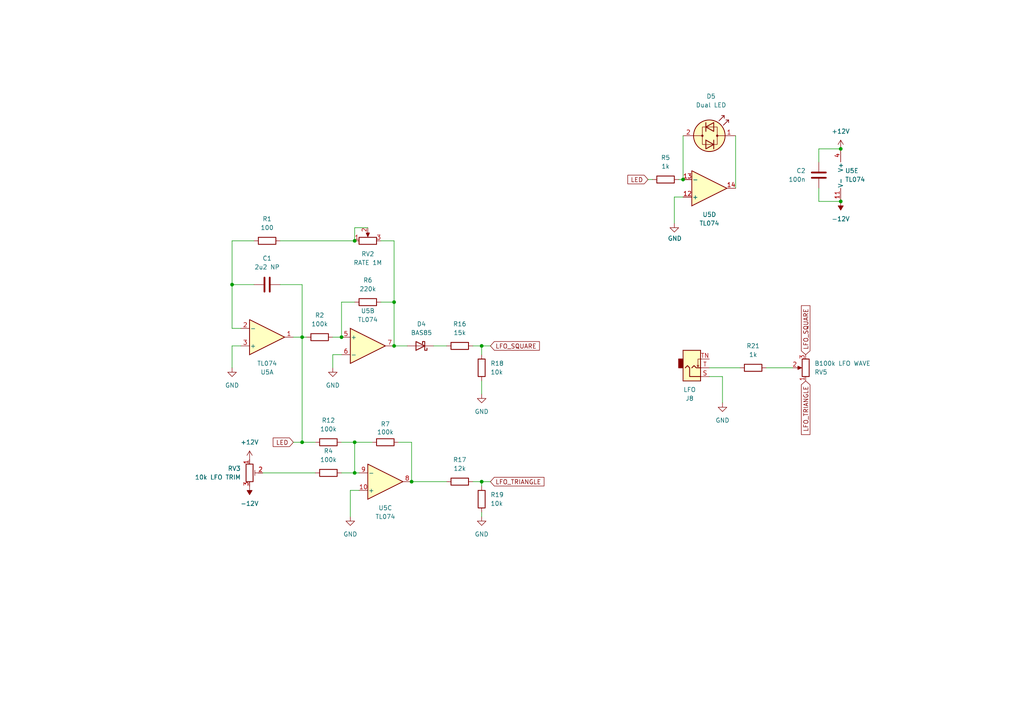
<source format=kicad_sch>
(kicad_sch (version 20211123) (generator eeschema)
  (paper "A4")
  (title_block (title "Polykit X1 Monosynth") (date "2022-09-05") (rev "v0.0.2") (company "Jan Knipper") (comment 1 "github.com/polykit"))
  (lib_symbols
    (symbol "Amplifier_Operational:TL074" (pin_names (offset 0.127))
      (property "Reference" "U" (at 0 5.08 0))
      (property "Value" "TL074" (at 0 -5.08 0))
      (symbol "TL074_1_1"
        (polyline (pts (xy -5.08 5.08) (xy 5.08 0) (xy -5.08 -5.08) (xy -5.08 5.08)) (stroke (width 0.254)) (fill (type background)))
        (pin output line (at 7.62 0 180) (length 2.54) (name "~") (number "1"))
        (pin input line (at -7.62 -2.54 0) (length 2.54) (name "-") (number "2"))
        (pin input line (at -7.62 2.54 0) (length 2.54) (name "+") (number "3"))
      )
      (symbol "TL074_2_1"
        (polyline (pts (xy -5.08 5.08) (xy 5.08 0) (xy -5.08 -5.08) (xy -5.08 5.08)) (stroke (width 0.254)) (fill (type background)))
        (pin input line (at -7.62 2.54 0) (length 2.54) (name "+") (number "5"))
        (pin input line (at -7.62 -2.54 0) (length 2.54) (name "-") (number "6"))
        (pin output line (at 7.62 0 180) (length 2.54) (name "~") (number "7"))
      )
      (symbol "TL074_3_1"
        (polyline (pts (xy -5.08 5.08) (xy 5.08 0) (xy -5.08 -5.08) (xy -5.08 5.08)) (stroke (width 0.254)) (fill (type background)))
        (pin input line (at -7.62 2.54 0) (length 2.54) (name "+") (number "10"))
        (pin output line (at 7.62 0 180) (length 2.54) (name "~") (number "8"))
        (pin input line (at -7.62 -2.54 0) (length 2.54) (name "-") (number "9"))
      )
      (symbol "TL074_4_1"
        (polyline (pts (xy -5.08 5.08) (xy 5.08 0) (xy -5.08 -5.08) (xy -5.08 5.08)) (stroke (width 0.254)) (fill (type background)))
        (pin input line (at -7.62 2.54 0) (length 2.54) (name "+") (number "12"))
        (pin input line (at -7.62 -2.54 0) (length 2.54) (name "-") (number "13"))
        (pin output line (at 7.62 0 180) (length 2.54) (name "~") (number "14"))
      )
      (symbol "TL074_5_1"
        (pin power_in line (at -2.54 -7.62 90) (length 3.81) (name "V-") (number "11"))
        (pin power_in line (at -2.54 7.62 270) (length 3.81) (name "V+") (number "4"))
      )
    )
    (symbol "Connector:AudioJack2_SwitchT"
      (property "Reference" "J" (at 0 8.89 0))
      (property "Value" "AudioJack2_SwitchT" (at 0 6.35 0))
      (symbol "AudioJack2_SwitchT_0_1"
        (rectangle (start -2.54 0) (end -3.81 -2.54) (stroke (width 0.254)) (fill (type outline)))
        (polyline (pts (xy 1.778 -0.254) (xy 2.032 -0.762)))
        (polyline (pts (xy 0 0) (xy 0.635 -0.635) (xy 1.27 0) (xy 2.54 0)) (stroke (width 0.254)))
        (polyline (pts (xy 2.54 -2.54) (xy 1.778 -2.54) (xy 1.778 -0.254) (xy 1.524 -0.762)))
        (polyline (pts (xy 2.54 2.54) (xy -0.635 2.54) (xy -0.635 0) (xy -1.27 -0.635) (xy -1.905 0)) (stroke (width 0.254)))
        (rectangle (start 2.54 3.81) (end -2.54 -5.08) (stroke (width 0.254)) (fill (type background)))
      )
      (symbol "AudioJack2_SwitchT_1_1"
        (pin passive line (at 5.08 2.54 180) (length 2.54) (name "~") (number "S"))
        (pin passive line (at 5.08 0 180) (length 2.54) (name "~") (number "T"))
        (pin passive line (at 5.08 -2.54 180) (length 2.54) (name "~") (number "TN"))
      )
    )
    (symbol "Device:C" (pin_numbers hide) (pin_names (offset 0.254))
      (property "Reference" "C" (at 0.635 2.54 0))
      (property "Value" "C" (at 0.635 -2.54 0))
      (symbol "C_0_1"
        (polyline (pts (xy -2.032 -0.762) (xy 2.032 -0.762)) (stroke (width 0.508)))
        (polyline (pts (xy -2.032 0.762) (xy 2.032 0.762)) (stroke (width 0.508)))
      )
      (symbol "C_1_1"
        (pin passive line (at 0 3.81 270) (length 2.794) (name "~") (number "1"))
        (pin passive line (at 0 -3.81 90) (length 2.794) (name "~") (number "2"))
      )
    )
    (symbol "Device:D_Schottky" (pin_numbers hide) (pin_names (offset 1.016) hide)
      (property "Reference" "D" (at 0 2.54 0))
      (property "Value" "D_Schottky" (at 0 -2.54 0))
      (symbol "D_Schottky_0_1"
        (polyline (pts (xy 1.27 0) (xy -1.27 0)))
        (polyline (pts (xy 1.27 1.27) (xy 1.27 -1.27) (xy -1.27 0) (xy 1.27 1.27)) (stroke (width 0.254)))
        (polyline (pts (xy -1.905 0.635) (xy -1.905 1.27) (xy -1.27 1.27) (xy -1.27 -1.27) (xy -0.635 -1.27) (xy -0.635 -0.635)) (stroke (width 0.254)))
      )
      (symbol "D_Schottky_1_1"
        (pin passive line (at -3.81 0 0) (length 2.54) (name "K") (number "1"))
        (pin passive line (at 3.81 0 180) (length 2.54) (name "A") (number "2"))
      )
    )
    (symbol "Device:LED_Dual_Bidirectional" (pin_names (offset 0) hide)
      (property "Reference" "D" (at 0 5.715 0))
      (property "Value" "LED_Dual_Bidirectional" (at 0 -6.35 0))
      (symbol "LED_Dual_Bidirectional_0_1"
        (circle (center -2.032 0) (radius 0.254) (fill (type outline)))
        (polyline (pts (xy -4.572 0) (xy -2.54 0)))
        (polyline (pts (xy -2.032 0) (xy -2.54 0)))
        (polyline (pts (xy -1.016 3.81) (xy -1.016 1.27)) (stroke (width 0.254)))
        (polyline (pts (xy 1.27 -1.27) (xy 1.27 -3.81)) (stroke (width 0.254)))
        (polyline (pts (xy 4.064 0) (xy 2.286 0)) (fill (type outline)))
        (polyline (pts (xy 4.318 5.842) (xy 4.318 5.08)) (stroke (width 0.2032)))
        (polyline (pts (xy 5.588 4.572) (xy 5.588 3.81)) (stroke (width 0.2032)))
        (polyline (pts (xy 2.794 4.318) (xy 4.318 5.842) (xy 3.556 5.842)) (stroke (width 0.2032)))
        (polyline (pts (xy 4.064 3.048) (xy 5.588 4.572) (xy 4.826 4.572)) (stroke (width 0.2032)))
        (polyline (pts (xy -1.016 -1.27) (xy -1.016 -3.81) (xy 1.27 -2.54) (xy -1.016 -1.27)) (stroke (width 0.254)))
        (polyline (pts (xy 1.27 3.81) (xy 1.27 1.27) (xy -1.016 2.54) (xy 1.27 3.81)) (stroke (width 0.254)))
        (polyline (pts (xy 2.286 2.54) (xy -2.032 2.54) (xy -2.032 -2.54) (xy 2.286 -2.54) (xy 2.286 2.54)))
        (circle (center 0 0) (radius 4.572) (stroke (width 0.254)) (fill (type background)))
        (circle (center 2.286 0) (radius 0.254) (fill (type outline)))
      )
      (symbol "LED_Dual_Bidirectional_1_1"
        (pin input line (at 7.62 0 180) (length 3.81) (name "KA") (number "1"))
        (pin input line (at -7.62 0 0) (length 3.048) (name "AK") (number "2"))
      )
    )
    (symbol "Device:R" (pin_numbers hide) (pin_names (offset 0))
      (property "Reference" "R" (at 2.032 0 90))
      (property "Value" "R" (at 0 0 90))
      (symbol "R_0_1"
        (rectangle (start -1.016 -2.54) (end 1.016 2.54) (stroke (width 0.254)))
      )
      (symbol "R_1_1"
        (pin passive line (at 0 3.81 270) (length 1.27) (name "~") (number "1"))
        (pin passive line (at 0 -3.81 90) (length 1.27) (name "~") (number "2"))
      )
    )
    (symbol "Device:R_Potentiometer_Trim" (pin_names (offset 1.016) hide)
      (property "Reference" "RV" (at -4.445 0 90))
      (property "Value" "R_Potentiometer_Trim" (at -2.54 0 90))
      (symbol "R_Potentiometer_Trim_0_1"
        (polyline (pts (xy 1.524 0.762) (xy 1.524 -0.762)))
        (polyline (pts (xy 2.54 0) (xy 1.524 0)))
        (rectangle (start 1.016 2.54) (end -1.016 -2.54) (stroke (width 0.254)))
      )
      (symbol "R_Potentiometer_Trim_1_1"
        (pin passive line (at 0 3.81 270) (length 1.27) (name "1") (number "1"))
        (pin passive line (at 3.81 0 180) (length 1.27) (name "2") (number "2"))
        (pin passive line (at 0 -3.81 90) (length 1.27) (name "3") (number "3"))
      )
    )
    (symbol "lfo-rescue:R_POT-Device" (pin_names (offset 1.016) hide)
      (property "Reference" "RV" (at -4.445 0 90))
      (property "Value" "R_POT-Device" (at -2.54 0 90))
      (symbol "R_POT-Device_0_1"
        (polyline (pts (xy 2.54 0) (xy 1.524 0)))
        (polyline (pts (xy 1.143 0) (xy 2.286 0.508) (xy 2.286 -0.508) (xy 1.143 0)) (fill (type outline)))
        (rectangle (start 1.016 2.54) (end -1.016 -2.54) (stroke (width 0.254)))
      )
      (symbol "R_POT-Device_1_1"
        (pin passive line (at 0 3.81 270) (length 1.27) (name "1") (number "1"))
        (pin passive line (at 3.81 0 180) (length 1.27) (name "2") (number "2"))
        (pin passive line (at 0 -3.81 90) (length 1.27) (name "3") (number "3"))
      )
    )
    (symbol "power:+12V" (power) (pin_names (offset 0))
      (property "Value" "+12V" (at 0 3.556 0))
      (symbol "+12V_0_1"
        (polyline (pts (xy -0.762 1.27) (xy 0 2.54)))
        (polyline (pts (xy 0 0) (xy 0 2.54)))
        (polyline (pts (xy 0 2.54) (xy 0.762 1.27)))
      )
      (symbol "+12V_1_1"
        (pin power_in line (at 0 0 90) (length 0) hide (name "+12V") (number "1"))
      )
    )
    (symbol "power:-12V" (power) (pin_names (offset 0))
      (property "Value" "-12V" (at 0 3.81 0))
      (symbol "-12V_0_0"
        (pin power_in line (at 0 0 90) (length 0) hide (name "-12V") (number "1"))
      )
      (symbol "-12V_0_1"
        (polyline (pts (xy 0 0) (xy 0 1.27) (xy 0.762 1.27) (xy 0 2.54) (xy -0.762 1.27) (xy 0 1.27)) (fill (type outline)))
      )
    )
    (symbol "power:GND" (power) (pin_names (offset 0))
      (property "Value" "GND" (at 0 -3.81 0))
      (symbol "GND_0_1"
        (polyline (pts (xy 0 0) (xy 0 -1.27) (xy 1.27 -1.27) (xy 0 -2.54) (xy -1.27 -1.27) (xy 0 -1.27)))
      )
      (symbol "GND_1_1"
        (pin power_in line (at 0 0 270) (length 0) hide (name "GND") (number "1"))
      )
    )
  )
  (junction (at 139.7 100.33))
  (junction (at 114.3 87.63))
  (junction (at 243.84 43.18))
  (junction (at 87.63 97.79))
  (junction (at 198.12 52.07))
  (junction (at 114.3 100.33))
  (junction (at 67.31 82.55))
  (junction (at 243.84 58.42))
  (junction (at 139.7 139.7))
  (junction (at 119.38 139.7))
  (junction (at 87.63 128.27))
  (junction (at 99.06 97.79))
  (junction (at 102.87 69.85))
  (junction (at 102.87 128.27))
  (junction (at 102.87 137.16))
  (wire (pts (xy 104.14 137.16) (xy 102.87 137.16)))
  (wire (pts (xy 195.58 57.15) (xy 195.58 64.77)))
  (wire (pts (xy 237.49 43.18) (xy 237.49 46.99)))
  (wire (pts (xy 139.7 139.7) (xy 139.7 140.97)))
  (wire (pts (xy 102.87 128.27) (xy 102.87 137.16)))
  (wire (pts (xy 114.3 100.33) (xy 118.11 100.33)))
  (wire (pts (xy 119.38 128.27) (xy 119.38 139.7)))
  (wire (pts (xy 102.87 66.04) (xy 102.87 69.85)))
  (wire (pts (xy 198.12 57.15) (xy 195.58 57.15)))
  (wire (pts (xy 110.49 87.63) (xy 114.3 87.63)))
  (wire (pts (xy 110.49 69.85) (xy 114.3 69.85)))
  (wire (pts (xy 142.24 100.33) (xy 139.7 100.33)))
  (wire (pts (xy 101.6 142.24) (xy 101.6 149.86)))
  (wire (pts (xy 139.7 139.7) (xy 137.16 139.7)))
  (wire (pts (xy 87.63 97.79) (xy 88.9 97.79)))
  (wire (pts (xy 76.2 137.16) (xy 91.44 137.16)))
  (wire (pts (xy 209.55 109.22) (xy 209.55 116.84)))
  (wire (pts (xy 67.31 82.55) (xy 73.66 82.55)))
  (wire (pts (xy 213.36 39.37) (xy 213.36 54.61)))
  (wire (pts (xy 85.09 128.27) (xy 87.63 128.27)))
  (wire (pts (xy 114.3 87.63) (xy 114.3 100.33)))
  (wire (pts (xy 125.73 100.33) (xy 129.54 100.33)))
  (wire (pts (xy 139.7 100.33) (xy 137.16 100.33)))
  (wire (pts (xy 102.87 87.63) (xy 99.06 87.63)))
  (wire (pts (xy 81.28 82.55) (xy 87.63 82.55)))
  (wire (pts (xy 139.7 148.59) (xy 139.7 149.86)))
  (wire (pts (xy 67.31 82.55) (xy 67.31 69.85)))
  (wire (pts (xy 106.68 66.04) (xy 102.87 66.04)))
  (wire (pts (xy 87.63 97.79) (xy 87.63 128.27)))
  (wire (pts (xy 87.63 82.55) (xy 87.63 97.79)))
  (wire (pts (xy 114.3 69.85) (xy 114.3 87.63)))
  (wire (pts (xy 85.09 97.79) (xy 87.63 97.79)))
  (wire (pts (xy 119.38 139.7) (xy 129.54 139.7)))
  (wire (pts (xy 222.25 106.68) (xy 229.87 106.68)))
  (wire (pts (xy 205.74 106.68) (xy 214.63 106.68)))
  (wire (pts (xy 142.24 139.7) (xy 139.7 139.7)))
  (wire (pts (xy 107.95 128.27) (xy 102.87 128.27)))
  (wire (pts (xy 67.31 95.25) (xy 67.31 82.55)))
  (wire (pts (xy 99.06 87.63) (xy 99.06 97.79)))
  (wire (pts (xy 198.12 39.37) (xy 198.12 52.07)))
  (wire (pts (xy 99.06 128.27) (xy 102.87 128.27)))
  (wire (pts (xy 96.52 102.87) (xy 96.52 106.68)))
  (wire (pts (xy 243.84 43.18) (xy 237.49 43.18)))
  (wire (pts (xy 115.57 128.27) (xy 119.38 128.27)))
  (wire (pts (xy 96.52 97.79) (xy 99.06 97.79)))
  (wire (pts (xy 198.12 52.07) (xy 196.85 52.07)))
  (wire (pts (xy 237.49 58.42) (xy 243.84 58.42)))
  (wire (pts (xy 87.63 128.27) (xy 91.44 128.27)))
  (wire (pts (xy 99.06 137.16) (xy 102.87 137.16)))
  (wire (pts (xy 189.23 52.07) (xy 187.96 52.07)))
  (wire (pts (xy 139.7 100.33) (xy 139.7 102.87)))
  (wire (pts (xy 67.31 69.85) (xy 73.66 69.85)))
  (wire (pts (xy 104.14 142.24) (xy 101.6 142.24)))
  (wire (pts (xy 69.85 95.25) (xy 67.31 95.25)))
  (wire (pts (xy 81.28 69.85) (xy 102.87 69.85)))
  (wire (pts (xy 139.7 110.49) (xy 139.7 114.3)))
  (wire (pts (xy 99.06 102.87) (xy 96.52 102.87)))
  (wire (pts (xy 67.31 100.33) (xy 67.31 106.68)))
  (wire (pts (xy 205.74 109.22) (xy 209.55 109.22)))
  (wire (pts (xy 69.85 100.33) (xy 67.31 100.33)))
  (wire (pts (xy 237.49 54.61) (xy 237.49 58.42)))
  (global_label "LFO_TRIANGLE" (shape input) (at 233.68 110.49 270) (property "Intersheet References" "${INTERSHEET_REFS}" (effects hide)))
  (global_label "LFO_SQUARE" (shape input) (at 142.24 100.33 0) (property "Intersheet References" "${INTERSHEET_REFS}" (effects hide)))
  (global_label "LFO_TRIANGLE" (shape input) (at 142.24 139.7 0) (property "Intersheet References" "${INTERSHEET_REFS}" (effects hide)))
  (global_label "LED" (shape input) (at 85.09 128.27 180) (property "Intersheet References" "${INTERSHEET_REFS}" (effects hide)))
  (global_label "LFO_SQUARE" (shape input) (at 233.68 102.87 90) (property "Intersheet References" "${INTERSHEET_REFS}" (effects hide)))
  (global_label "LED" (shape input) (at 187.96 52.07 180) (property "Intersheet References" "${INTERSHEET_REFS}" (effects hide)))
  (symbol (lib_id "Device:C") (at 77.47 82.55 270) (unit 1)
    (property "Reference" "C1" (at 77.47 74.93 90))
    (property "Value" "2u2 NP" (at 77.47 77.47 90))
    (property "Footprint" "Capacitor_THT:C_Rect_L7.0mm_W3.5mm_P5.00mm" (effects hide))
    (property "LCSC" "C134236" (effects hide))
  )
  (symbol (lib_id "Device:R") (at 92.71 97.79 270) (unit 1)
    (property "Reference" "R2" (at 92.71 91.44 90))
    (property "Value" "100k" (at 92.71 93.98 90))
    (property "Footprint" "Resistor_THT:R_Axial_DIN0207_L6.3mm_D2.5mm_P10.16mm_Horizontal" (effects hide))
    (property "LCSC" "C17900" (effects hide))
  )
  (symbol (lib_id "Device:R") (at 106.68 87.63 270) (unit 1)
    (property "Reference" "R6" (at 106.68 81.28 90))
    (property "Value" "220k" (at 106.68 83.82 90))
    (property "Footprint" "Resistor_THT:R_Axial_DIN0207_L6.3mm_D2.5mm_P10.16mm_Horizontal" (effects hide))
    (property "LCSC" "C17956" (effects hide))
  )
  (symbol (lib_id "Device:R") (at 77.47 69.85 270) (unit 1)
    (property "Reference" "R1" (at 77.47 63.5 90))
    (property "Value" "100" (at 77.47 66.04 90))
    (property "Footprint" "Resistor_THT:R_Axial_DIN0207_L6.3mm_D2.5mm_P10.16mm_Horizontal" (effects hide))
    (property "LCSC" "C17901" (effects hide))
  )
  (symbol (lib_id "lfo-rescue:R_POT-Device") (at 106.68 69.85 90) (unit 1)
    (property "Reference" "RV2" (at 106.68 73.66 90))
    (property "Value" "RATE 1M" (at 106.68 76.2 90))
    (property "Footprint" "Potentiometer_THT:Potentiometer_Alpha_RD901F-40-00D_Single_Vertical" (effects hide))
  )
  (symbol (lib_id "Device:R") (at 95.25 137.16 270) (unit 1)
    (property "Reference" "R4" (at 95.25 130.81 90))
    (property "Value" "100k" (at 95.25 133.35 90))
    (property "Footprint" "Resistor_THT:R_Axial_DIN0207_L6.3mm_D2.5mm_P10.16mm_Horizontal" (effects hide))
    (property "LCSC" "C17900" (effects hide))
  )
  (symbol (lib_id "Device:R") (at 111.76 128.27 270) (unit 1)
    (property "Reference" "R7" (at 111.76 123.0122 90))
    (property "Value" "100k" (at 111.76 125.3236 90))
    (property "Footprint" "Resistor_THT:R_Axial_DIN0207_L6.3mm_D2.5mm_P10.16mm_Horizontal" (effects hide))
    (property "LCSC" "C17900" (effects hide))
  )
  (symbol (lib_id "power:GND") (at 195.58 64.77 0) (unit 1)
    (property "Reference" "#PWR0106" (effects hide))
    (property "Value" "GND" (at 195.707 69.1642 0))
  )
  (symbol (lib_id "Device:R") (at 193.04 52.07 270) (unit 1)
    (property "Reference" "R5" (at 193.04 45.72 90))
    (property "Value" "1k" (at 193.04 48.26 90))
    (property "Footprint" "Resistor_THT:R_Axial_DIN0207_L6.3mm_D2.5mm_P10.16mm_Horizontal" (effects hide))
    (property "LCSC" "C4410" (effects hide))
  )
  (symbol (lib_id "Device:C") (at 237.49 50.8 0) (unit 1)
    (property "Reference" "C2" (at 233.68 49.5299 0) (effects (justify right)))
    (property "Value" "100n" (at 233.68 52.0699 0) (effects (justify right)))
    (property "Footprint" "Capacitor_THT:C_Disc_D3.0mm_W2.0mm_P2.50mm" (effects hide))
    (property "LCSC" "C24497" (effects hide))
  )
  (symbol (lib_id "Device:R") (at 95.25 128.27 270) (unit 1)
    (property "Reference" "R12" (at 95.25 121.92 90))
    (property "Value" "100k" (at 95.25 124.46 90))
    (property "Footprint" "Resistor_SMD:R_1206_3216Metric_Pad1.30x1.75mm_HandSolder" (effects hide))
    (property "LCSC" "C17900" (effects hide))
  )
  (symbol (lib_id "lfo-rescue:R_POT-Device") (at 233.68 106.68 180) (unit 1)
    (property "Reference" "RV5" (at 236.22 107.9501 0) (effects (justify right)))
    (property "Value" "B100k LFO WAVE" (at 236.22 105.4101 0) (effects (justify right)))
    (property "Footprint" "Potentiometer_THT:Potentiometer_Alpha_RD901F-40-00D_Single_Vertical_CircularHoles" (effects hide))
  )
  (symbol (lib_id "Amplifier_Operational:TL074") (at 246.38 50.8 0) (unit 5)
    (property "Reference" "U5" (at 245.11 49.5299 0) (effects (justify left)))
    (property "Value" "TL074" (at 245.11 52.0699 0) (effects (justify left)))
    (property "Footprint" "Package_SO:SO-14_3.9x8.65mm_P1.27mm" (effects hide))
    (property "Datasheet" "http://www.ti.com/lit/ds/symlink/tl071.pdf" (effects hide))
    (property "LCSC" "C6963" (effects hide))
  )
  (symbol (lib_id "Device:LED_Dual_Bidirectional") (at 205.74 39.37 0) (unit 1)
    (property "Reference" "D5" (at 206.2353 27.94 0))
    (property "Value" "Dual LED" (at 206.2353 30.48 0))
    (property "Footprint" "LED_THT:LED_D5.0mm" (effects hide))
  )
  (symbol (lib_id "power:-12V") (at 243.84 58.42 180) (unit 1)
    (property "Reference" "#PWR036" (effects hide))
    (property "Value" "-12V" (at 243.84 63.5 0))
  )
  (symbol (lib_id "power:+12V") (at 72.39 133.35 0) (unit 1)
    (property "Reference" "#PWR027" (effects hide))
    (property "Value" "+12V" (at 72.39 128.27 0))
  )
  (symbol (lib_id "power:GND") (at 139.7 114.3 0) (unit 1)
    (property "Reference" "#PWR031" (effects hide))
    (property "Value" "GND" (at 139.7 119.38 0))
  )
  (symbol (lib_id "Device:D_Schottky") (at 121.92 100.33 180) (unit 1)
    (property "Reference" "D4" (at 122.2375 93.98 0))
    (property "Value" "BAS85" (at 122.2375 96.52 0))
    (property "Footprint" "Diode_SMD:D_MiniMELF" (effects hide))
    (property "LCSC" "C46677" (effects hide))
  )
  (symbol (lib_id "power:GND") (at 101.6 149.86 0) (unit 1)
    (property "Reference" "#PWR030" (effects hide))
    (property "Value" "GND" (at 101.6 154.94 0))
  )
  (symbol (lib_id "Amplifier_Operational:TL074") (at 205.74 54.61 0) (mirror x) (unit 4)
    (property "Reference" "U5" (at 205.74 62.23 0))
    (property "Value" "TL074" (at 205.74 64.77 0))
    (property "Footprint" "Package_SO:SO-14_3.9x8.65mm_P1.27mm" (effects hide))
    (property "Datasheet" "http://www.ti.com/lit/ds/symlink/tl071.pdf" (effects hide))
    (property "LCSC" "C6963" (effects hide))
  )
  (symbol (lib_id "Device:R") (at 218.44 106.68 90) (unit 1)
    (property "Reference" "R21" (at 218.44 100.33 90))
    (property "Value" "1k" (at 218.44 102.87 90))
    (property "Footprint" "Resistor_SMD:R_1206_3216Metric_Pad1.30x1.75mm_HandSolder" (effects hide))
    (property "LCSC" "C4410" (effects hide))
  )
  (symbol (lib_id "Amplifier_Operational:TL074") (at 106.68 100.33 0) (unit 2)
    (property "Reference" "U5" (at 106.68 90.17 0))
    (property "Value" "TL074" (at 106.68 92.71 0))
    (property "Footprint" "Package_SO:SO-14_3.9x8.65mm_P1.27mm" (effects hide))
    (property "Datasheet" "http://www.ti.com/lit/ds/symlink/tl071.pdf" (effects hide))
    (property "LCSC" "C6963" (effects hide))
  )
  (symbol (lib_id "Amplifier_Operational:TL074") (at 111.76 139.7 0) (mirror x) (unit 3)
    (property "Reference" "U5" (at 111.76 147.32 0))
    (property "Value" "TL074" (at 111.76 149.86 0))
    (property "Footprint" "Package_SO:SO-14_3.9x8.65mm_P1.27mm" (effects hide))
    (property "Datasheet" "http://www.ti.com/lit/ds/symlink/tl071.pdf" (effects hide))
    (property "LCSC" "C6963" (effects hide))
  )
  (symbol (lib_id "Device:R") (at 133.35 139.7 270) (unit 1)
    (property "Reference" "R17" (at 133.35 133.35 90))
    (property "Value" "12k" (at 133.35 135.89 90))
    (property "Footprint" "Resistor_SMD:R_1206_3216Metric_Pad1.30x1.75mm_HandSolder" (effects hide))
    (property "LCSC" "C17912" (effects hide))
  )
  (symbol (lib_id "Device:R") (at 139.7 144.78 0) (unit 1)
    (property "Reference" "R19" (at 142.24 143.5099 0) (effects (justify left)))
    (property "Value" "10k" (at 142.24 146.0499 0) (effects (justify left)))
    (property "Footprint" "Resistor_SMD:R_1206_3216Metric_Pad1.30x1.75mm_HandSolder" (effects hide))
    (property "LCSC" "C17902" (effects hide))
  )
  (symbol (lib_id "Device:R_Potentiometer_Trim") (at 72.39 137.16 0) (unit 1)
    (property "Reference" "RV3" (at 69.85 135.8899 0) (effects (justify right)))
    (property "Value" "10k LFO TRIM" (at 69.85 138.4299 0) (effects (justify right)))
    (property "Footprint" "Potentiometer_SMD:Potentiometer_Bourns_3314J_Vertical" (effects hide))
    (property "LCSC" "C36376" (effects hide))
  )
  (symbol (lib_id "power:GND") (at 209.55 116.84 0) (unit 1)
    (property "Reference" "#PWR034" (effects hide))
    (property "Value" "GND" (at 209.55 121.92 0))
  )
  (symbol (lib_id "power:-12V") (at 72.39 140.97 180) (unit 1)
    (property "Reference" "#PWR028" (effects hide))
    (property "Value" "-12V" (at 72.39 146.05 0))
  )
  (symbol (lib_id "Connector:AudioJack2_SwitchT") (at 200.66 106.68 0) (mirror x) (unit 1)
    (property "Reference" "J8" (at 200.025 115.57 0))
    (property "Value" "LFO" (at 200.025 113.03 0))
    (property "Footprint" "Connector_Audio:Jack_3.5mm_QingPu_WQP-PJ398SM_Vertical_CircularHoles" (effects hide))
  )
  (symbol (lib_id "Device:R") (at 139.7 106.68 0) (unit 1)
    (property "Reference" "R18" (at 142.24 105.4099 0) (effects (justify left)))
    (property "Value" "10k" (at 142.24 107.9499 0) (effects (justify left)))
    (property "Footprint" "Resistor_SMD:R_1206_3216Metric_Pad1.30x1.75mm_HandSolder" (effects hide))
    (property "LCSC" "C17902" (effects hide))
  )
  (symbol (lib_id "power:GND") (at 67.31 106.68 0) (unit 1)
    (property "Reference" "#PWR026" (effects hide))
    (property "Value" "GND" (at 67.31 111.76 0))
  )
  (symbol (lib_id "Device:R") (at 133.35 100.33 270) (unit 1)
    (property "Reference" "R16" (at 133.35 93.98 90))
    (property "Value" "15k" (at 133.35 96.52 90))
    (property "Footprint" "Resistor_SMD:R_1206_3216Metric_Pad1.30x1.75mm_HandSolder" (effects hide))
    (property "LCSC" "C17912" (effects hide))
  )
  (symbol (lib_id "power:GND") (at 139.7 149.86 0) (unit 1)
    (property "Reference" "#PWR032" (effects hide))
    (property "Value" "GND" (at 139.7 154.94 0))
  )
  (symbol (lib_id "Amplifier_Operational:TL074") (at 77.47 97.79 0) (mirror x) (unit 1)
    (property "Reference" "U5" (at 77.47 107.95 0))
    (property "Value" "TL074" (at 77.47 105.41 0))
    (property "Footprint" "Package_SO:SO-14_3.9x8.65mm_P1.27mm" (effects hide))
    (property "Datasheet" "http://www.ti.com/lit/ds/symlink/tl071.pdf" (effects hide))
    (property "LCSC" "C6963" (effects hide))
  )
  (symbol (lib_id "power:+12V") (at 243.84 43.18 0) (unit 1)
    (property "Reference" "#PWR035" (effects hide))
    (property "Value" "+12V" (at 243.84 38.1 0))
  )
  (symbol (lib_id "power:GND") (at 96.52 106.68 0) (unit 1)
    (property "Reference" "#PWR029" (effects hide))
    (property "Value" "GND" (at 96.52 111.76 0))
  )
)
</source>
